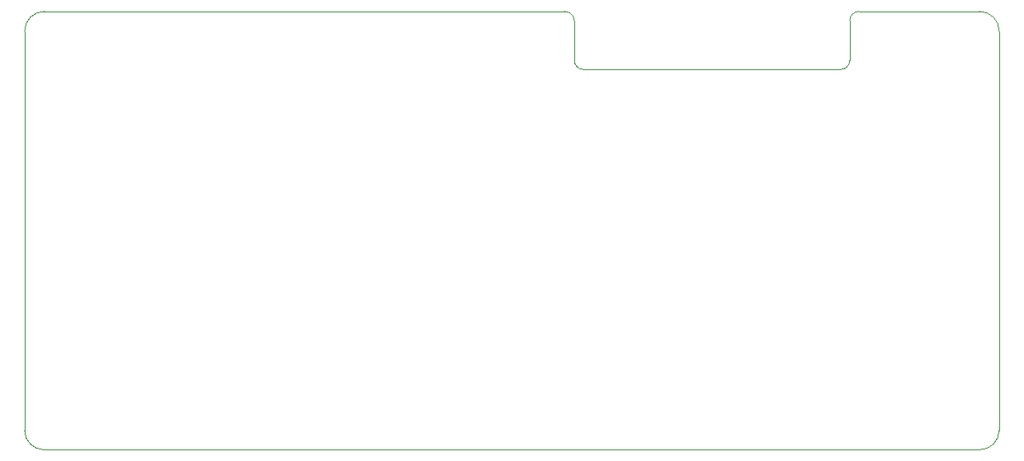
<source format=gm1>
%TF.GenerationSoftware,KiCad,Pcbnew,5.1.10*%
%TF.CreationDate,2021-08-07T18:49:55+02:00*%
%TF.ProjectId,epaper-breakout,65706170-6572-42d6-9272-65616b6f7574,rev?*%
%TF.SameCoordinates,Original*%
%TF.FileFunction,Profile,NP*%
%FSLAX46Y46*%
G04 Gerber Fmt 4.6, Leading zero omitted, Abs format (unit mm)*
G04 Created by KiCad (PCBNEW 5.1.10) date 2021-08-07 18:49:55*
%MOMM*%
%LPD*%
G01*
G04 APERTURE LIST*
%TA.AperFunction,Profile*%
%ADD10C,0.050000*%
%TD*%
G04 APERTURE END LIST*
D10*
X25000000Y-21500000D02*
G75*
G02*
X27000000Y-19500000I2000000J0D01*
G01*
X123000000Y-19500000D02*
G75*
G02*
X125000000Y-21500000I0J-2000000D01*
G01*
X125000000Y-62500000D02*
G75*
G02*
X123000000Y-64500000I-2000000J0D01*
G01*
X27000000Y-64500000D02*
G75*
G02*
X25000000Y-62500000I0J2000000D01*
G01*
X81407000Y-24511000D02*
X81388000Y-20452500D01*
X27000000Y-19500000D02*
X80435500Y-19500000D01*
X123000000Y-19500000D02*
X110617000Y-19494500D01*
X108712000Y-25463500D02*
X82359500Y-25463500D01*
X109664500Y-24511000D02*
X109664500Y-20447000D01*
X109664500Y-24511000D02*
G75*
G02*
X108712000Y-25463500I-952500J0D01*
G01*
X82359500Y-25463500D02*
G75*
G02*
X81407000Y-24511000I0J952500D01*
G01*
X80435500Y-19500000D02*
G75*
G02*
X81388000Y-20452500I0J-952500D01*
G01*
X109664500Y-20447000D02*
G75*
G02*
X110617000Y-19494500I952500J0D01*
G01*
X125000000Y-21500000D02*
X125000000Y-62500000D01*
X27000000Y-64500000D02*
X123000000Y-64500000D01*
X25000000Y-62500000D02*
X25000000Y-21500000D01*
M02*

</source>
